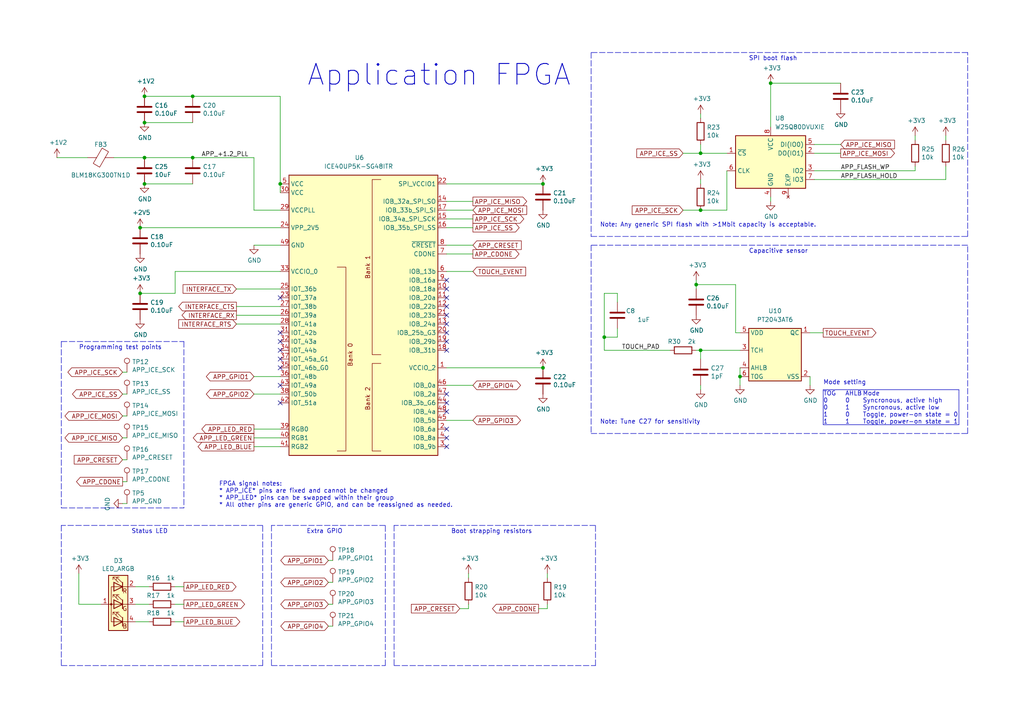
<source format=kicad_sch>
(kicad_sch (version 20211123) (generator eeschema)
  (paper "A4")
  (title_block (title "Application FPGA") (date "2021-11-14") (rev "V1") (company "Tillitis AB") (comment 1 "2022"))
  (lib_symbols
    (symbol "Connector:TestPoint" (pin_numbers hide) (pin_names (offset 0.762) hide)
      (property "Reference" "TP" (at 0 6.858 0))
      (property "Value" "TestPoint" (at 0 5.08 0))
      (symbol "TestPoint_0_1"
        (circle (center 0 3.302) (radius 0.762))
      )
      (symbol "TestPoint_1_1"
        (pin passive line (at 0 0 90) (length 2.54) (name "1") (number "1"))
      )
    )
    (symbol "Device:C" (pin_numbers hide) (pin_names (offset 0.254))
      (property "Reference" "C" (at 0.635 2.54 0))
      (property "Value" "C" (at 0.635 -2.54 0))
      (symbol "C_0_1"
        (polyline (pts (xy -2.032 -0.762) (xy 2.032 -0.762)) (stroke (width 0.508)))
        (polyline (pts (xy -2.032 0.762) (xy 2.032 0.762)) (stroke (width 0.508)))
      )
      (symbol "C_1_1"
        (pin passive line (at 0 3.81 270) (length 2.794) (name "~") (number "1"))
        (pin passive line (at 0 -3.81 90) (length 2.794) (name "~") (number "2"))
      )
    )
    (symbol "Device:R" (pin_numbers hide) (pin_names (offset 0))
      (property "Reference" "R" (at 2.032 0 90))
      (property "Value" "R" (at 0 0 90))
      (symbol "R_0_1"
        (rectangle (start -1.016 -2.54) (end 1.016 2.54) (stroke (width 0.254)))
      )
      (symbol "R_1_1"
        (pin passive line (at 0 3.81 270) (length 1.27) (name "~") (number "1"))
        (pin passive line (at 0 -3.81 90) (length 1.27) (name "~") (number "2"))
      )
    )
    (symbol "mta1:FC-B1010RGBT-HG" (pin_names (offset 0) hide)
      (property "Reference" "D" (at 0 9.398 0))
      (property "Value" "FC-B1010RGBT-HG" (at 0 -8.89 0))
      (symbol "FC-B1010RGBT-HG_0_0"
        (text "B" (at -1.905 -6.35 0) (effects (font (size 1.27 1.27))))
        (text "G" (at -1.905 -1.27 0) (effects (font (size 1.27 1.27))))
        (text "R" (at -1.905 3.81 0) (effects (font (size 1.27 1.27))))
      )
      (symbol "FC-B1010RGBT-HG_0_1"
        (polyline (pts (xy -1.27 -5.08) (xy -2.54 -5.08)))
        (polyline (pts (xy -1.27 -5.08) (xy 1.27 -5.08)))
        (polyline (pts (xy -1.27 -3.81) (xy -1.27 -6.35)) (stroke (width 0.254)))
        (polyline (pts (xy -1.27 0) (xy -2.54 0)))
        (polyline (pts (xy -1.27 1.27) (xy -1.27 -1.27)) (stroke (width 0.254)))
        (polyline (pts (xy -1.27 5.08) (xy -2.54 5.08)))
        (polyline (pts (xy -1.27 5.08) (xy 1.27 5.08)))
        (polyline (pts (xy -1.27 6.35) (xy -1.27 3.81)) (stroke (width 0.254)))
        (polyline (pts (xy 1.27 0) (xy -1.27 0)))
        (polyline (pts (xy 1.27 0) (xy 2.54 0)))
        (polyline (pts (xy -1.27 1.27) (xy -1.27 -1.27) (xy -1.27 -1.27)))
        (polyline (pts (xy -1.27 6.35) (xy -1.27 3.81) (xy -1.27 3.81)))
        (polyline (pts (xy 1.27 -5.08) (xy 2.032 -5.08) (xy 2.032 5.08) (xy 1.27 5.08)))
        (polyline (pts (xy 1.27 -3.81) (xy 1.27 -6.35) (xy -1.27 -5.08) (xy 1.27 -3.81)) (stroke (width 0.254)))
        (polyline (pts (xy 1.27 1.27) (xy 1.27 -1.27) (xy -1.27 0) (xy 1.27 1.27)) (stroke (width 0.254)))
        (polyline (pts (xy 1.27 6.35) (xy 1.27 3.81) (xy -1.27 5.08) (xy 1.27 6.35)) (stroke (width 0.254)))
        (polyline (pts (xy -1.016 -3.81) (xy 0.508 -2.286) (xy -0.254 -2.286) (xy 0.508 -2.286) (xy 0.508 -3.048)))
        (polyline (pts (xy -1.016 1.27) (xy 0.508 2.794) (xy -0.254 2.794) (xy 0.508 2.794) (xy 0.508 2.032)))
        (polyline (pts (xy -1.016 6.35) (xy 0.508 7.874) (xy -0.254 7.874) (xy 0.508 7.874) (xy 0.508 7.112)))
        (polyline (pts (xy 0 -3.81) (xy 1.524 -2.286) (xy 0.762 -2.286) (xy 1.524 -2.286) (xy 1.524 -3.048)))
        (polyline (pts (xy 0 1.27) (xy 1.524 2.794) (xy 0.762 2.794) (xy 1.524 2.794) (xy 1.524 2.032)))
        (polyline (pts (xy 0 6.35) (xy 1.524 7.874) (xy 0.762 7.874) (xy 1.524 7.874) (xy 1.524 7.112)))
        (rectangle (start 1.27 -1.27) (end 1.27 1.27))
        (rectangle (start 1.27 1.27) (end 1.27 1.27))
        (rectangle (start 1.27 3.81) (end 1.27 6.35))
        (rectangle (start 1.27 6.35) (end 1.27 6.35))
        (circle (center 2.032 0) (radius 0.254) (fill (type outline)))
        (rectangle (start 2.794 8.382) (end -2.794 -7.62) (stroke (width 0.254)) (fill (type background)))
      )
      (symbol "FC-B1010RGBT-HG_1_1"
        (pin passive line (at 5.08 0 180) (length 2.54) (name "A") (number "1"))
        (pin passive line (at -5.08 5.08 0) (length 2.54) (name "RK") (number "2"))
        (pin passive line (at -5.08 0 0) (length 2.54) (name "GK") (number "3"))
        (pin passive line (at -5.08 -5.08 0) (length 2.54) (name "BK") (number "4"))
      )
    )
    (symbol "mta1:Ferrite_Bead-Device" (pin_numbers hide) (pin_names (offset 0))
      (property "Reference" "FB" (at -3.81 0.635 90))
      (property "Value" "Ferrite_Bead-Device" (at 3.81 0 90))
      (symbol "Ferrite_Bead-Device_0_1"
        (polyline (pts (xy 0 -1.27) (xy 0 -1.2192)))
        (polyline (pts (xy 0 1.27) (xy 0 1.2954)))
        (polyline (pts (xy -2.7686 0.4064) (xy -1.7018 2.2606) (xy 2.7686 -0.3048) (xy 1.6764 -2.159) (xy -2.7686 0.4064)))
      )
      (symbol "Ferrite_Bead-Device_1_1"
        (pin passive line (at 0 3.81 270) (length 2.54) (name "~") (number "1"))
        (pin passive line (at 0 -3.81 90) (length 2.54) (name "~") (number "2"))
      )
    )
    (symbol "mta1:ICE40UP5K-SG48ITR"
      (property "Reference" "U" (at -24.13 -44.45 0))
      (property "Value" "ICE40UP5K-SG48ITR" (at -15.24 -46.99 0))
      (symbol "ICE40UP5K-SG48ITR_0_0"
        (polyline (pts (xy -6.35 13.97) (xy -3.81 13.97) (xy -3.81 -39.37) (xy -6.35 -39.37)))
        (polyline (pts (xy 6.35 -39.37) (xy 3.81 -39.37) (xy 3.81 -13.97) (xy 6.35 -13.97)))
        (polyline (pts (xy 6.35 -11.43) (xy 3.81 -11.43) (xy 3.81 39.37) (xy 6.35 39.37)))
        (text "Bank 0" (at -2.54 -11.43 900) (effects (font (size 1.27 1.27))))
        (text "Bank 1" (at 2.54 13.97 900) (effects (font (size 1.27 1.27))))
        (text "Bank 2" (at 2.54 -24.13 900) (effects (font (size 1.27 1.27))))
      )
      (symbol "ICE40UP5K-SG48ITR_1_1"
        (rectangle (start -20.32 40.64) (end 22.86 -40.64) (stroke (width 0.254)) (fill (type background)))
        (pin power_in line (at 25.4 -15.24 180) (length 2.54) (name "VCCIO_2") (number "1"))
        (pin bidirectional line (at 25.4 7.62 180) (length 2.54) (name "IOB_18a") (number "10"))
        (pin bidirectional line (at 25.4 5.08 180) (length 2.54) (name "IOB_20a") (number "11"))
        (pin bidirectional line (at 25.4 2.54 180) (length 2.54) (name "IOB_22b") (number "12"))
        (pin bidirectional line (at 25.4 -2.54 180) (length 2.54) (name "IOB_24a") (number "13"))
        (pin bidirectional line (at 25.4 33.02 180) (length 2.54) (name "IOB_32a_SPI_SO") (number "14"))
        (pin bidirectional line (at 25.4 27.94 180) (length 2.54) (name "IOB_34a_SPI_SCK") (number "15"))
        (pin bidirectional line (at 25.4 25.4 180) (length 2.54) (name "IOB_35b_SPI_SS") (number "16"))
        (pin bidirectional line (at 25.4 30.48 180) (length 2.54) (name "IOB_33b_SPI_SI") (number "17"))
        (pin bidirectional line (at 25.4 -10.16 180) (length 2.54) (name "IOB_31b") (number "18"))
        (pin bidirectional line (at 25.4 -7.62 180) (length 2.54) (name "IOB_29b") (number "19"))
        (pin bidirectional line (at 25.4 -33.02 180) (length 2.54) (name "IOB_6a") (number "2"))
        (pin bidirectional line (at 25.4 -5.08 180) (length 2.54) (name "IOB_25b_G3") (number "20"))
        (pin bidirectional line (at 25.4 0 180) (length 2.54) (name "IOB_23b") (number "21"))
        (pin power_in line (at 25.4 38.1 180) (length 2.54) (name "SPI_VCCIO1") (number "22"))
        (pin bidirectional line (at -22.86 5.08 0) (length 2.54) (name "IOT_37a") (number "23"))
        (pin power_in line (at -22.86 25.4 0) (length 2.54) (name "VPP_2V5") (number "24"))
        (pin bidirectional line (at -22.86 7.62 0) (length 2.54) (name "IOT_36b") (number "25"))
        (pin bidirectional line (at -22.86 0 0) (length 2.54) (name "IOT_39a") (number "26"))
        (pin bidirectional line (at -22.86 2.54 0) (length 2.54) (name "IOT_38b") (number "27"))
        (pin bidirectional line (at -22.86 -2.54 0) (length 2.54) (name "IOT_41a") (number "28"))
        (pin power_in line (at -22.86 30.48 0) (length 2.54) (name "VCCPLL") (number "29"))
        (pin bidirectional line (at 25.4 -38.1 180) (length 2.54) (name "IOB_9b") (number "3"))
        (pin power_in line (at -22.86 35.56 0) (length 2.54) (name "VCC") (number "30"))
        (pin bidirectional line (at -22.86 -5.08 0) (length 2.54) (name "IOT_42b") (number "31"))
        (pin bidirectional line (at -22.86 -7.62 0) (length 2.54) (name "IOT_43a") (number "32"))
        (pin power_in line (at -22.86 12.7 0) (length 2.54) (name "VCCIO_0") (number "33"))
        (pin bidirectional line (at -22.86 -10.16 0) (length 2.54) (name "IOT_44b") (number "34"))
        (pin bidirectional line (at -22.86 -15.24 0) (length 2.54) (name "IOT_46b_G0") (number "35"))
        (pin bidirectional line (at -22.86 -17.78 0) (length 2.54) (name "IOT_48b") (number "36"))
        (pin bidirectional line (at -22.86 -12.7 0) (length 2.54) (name "IOT_45a_G1") (number "37"))
        (pin bidirectional line (at -22.86 -22.86 0) (length 2.54) (name "IOT_50b") (number "38"))
        (pin open_collector line (at -22.86 -33.02 0) (length 2.54) (name "RGB0") (number "39"))
        (pin bidirectional line (at 25.4 -35.56 180) (length 2.54) (name "IOB_8a") (number "4"))
        (pin open_collector line (at -22.86 -35.56 0) (length 2.54) (name "RGB1") (number "40"))
        (pin open_collector line (at -22.86 -38.1 0) (length 2.54) (name "RGB2") (number "41"))
        (pin bidirectional line (at -22.86 -25.4 0) (length 2.54) (name "IOT_51a") (number "42"))
        (pin bidirectional line (at -22.86 -20.32 0) (length 2.54) (name "IOT_49a") (number "43"))
        (pin bidirectional line (at 25.4 -25.4 180) (length 2.54) (name "IOB_3b_G6") (number "44"))
        (pin bidirectional line (at 25.4 -30.48 180) (length 2.54) (name "IOB_5b") (number "45"))
        (pin bidirectional line (at 25.4 -20.32 180) (length 2.54) (name "IOB_0a") (number "46"))
        (pin bidirectional line (at 25.4 -22.86 180) (length 2.54) (name "IOB_2a") (number "47"))
        (pin bidirectional line (at 25.4 -27.94 180) (length 2.54) (name "IOB_4a") (number "48"))
        (pin power_in line (at -22.86 20.32 0) (length 2.54) (name "GND") (number "49"))
        (pin power_in line (at -22.86 38.1 0) (length 2.54) (name "VCC") (number "5"))
        (pin bidirectional line (at 25.4 12.7 180) (length 2.54) (name "IOB_13b") (number "6"))
        (pin open_collector line (at 25.4 17.78 180) (length 2.54) (name "CDONE") (number "7"))
        (pin input line (at 25.4 20.32 180) (length 2.54) (name "~{CRESET}") (number "8"))
        (pin bidirectional line (at 25.4 10.16 180) (length 2.54) (name "IOB_16a") (number "9"))
      )
    )
    (symbol "mta1:PT2043AT6"
      (property "Reference" "U" (at -6.35 8.89 0))
      (property "Value" "PT2043AT6" (at -2.54 -8.89 0))
      (symbol "PT2043AT6_1_1"
        (rectangle (start -7.62 7.62) (end 7.62 -7.62) (stroke (width 0.254)) (fill (type background)))
        (pin output line (at 10.16 6.35 180) (length 2.54) (name "QC") (number "1"))
        (pin power_in line (at 10.16 -6.35 180) (length 2.54) (name "VSS") (number "2"))
        (pin input line (at -10.16 1.27 0) (length 2.54) (name "TCH") (number "3"))
        (pin input line (at -10.16 -3.81 0) (length 2.54) (name "AHLB") (number "4"))
        (pin power_in line (at -10.16 6.35 0) (length 2.54) (name "VDD") (number "5"))
        (pin input line (at -10.16 -6.35 0) (length 2.54) (name "TOG") (number "6"))
      )
    )
    (symbol "mta1:W25Q80DVUXIE"
      (property "Reference" "U" (at -8.89 8.89 0))
      (property "Value" "W25Q80DVUXIE" (at 7.62 8.89 0))
      (symbol "W25Q80DVUXIE_0_1"
        (rectangle (start -10.16 7.62) (end 10.16 -7.62) (stroke (width 0.254)) (fill (type background)))
      )
      (symbol "W25Q80DVUXIE_1_1"
        (pin input line (at -12.7 2.54 0) (length 2.54) (name "~{CS}") (number "1"))
        (pin bidirectional line (at 12.7 2.54 180) (length 2.54) (name "DO(IO1)") (number "2"))
        (pin bidirectional line (at 12.7 -2.54 180) (length 2.54) (name "IO2") (number "3"))
        (pin power_in line (at 0 -10.16 90) (length 2.54) (name "GND") (number "4"))
        (pin bidirectional line (at 12.7 5.08 180) (length 2.54) (name "DI(IO0)") (number "5"))
        (pin input line (at -12.7 -2.54 0) (length 2.54) (name "CLK") (number "6"))
        (pin bidirectional line (at 12.7 -5.08 180) (length 2.54) (name "IO3") (number "7"))
        (pin power_in line (at 0 10.16 270) (length 2.54) (name "VCC") (number "8"))
        (pin no_connect line (at 5.08 -10.16 90) (length 2.54) (name "EXP") (number "9"))
      )
    )
    (symbol "power:+1V2" (power) (pin_names (offset 0))
      (property "Value" "+1V2" (at 0 3.556 0))
      (symbol "+1V2_0_1"
        (polyline (pts (xy -0.762 1.27) (xy 0 2.54)))
        (polyline (pts (xy 0 0) (xy 0 2.54)))
        (polyline (pts (xy 0 2.54) (xy 0.762 1.27)))
      )
      (symbol "+1V2_1_1"
        (pin power_in line (at 0 0 90) (length 0) hide (name "+1V2") (number "1"))
      )
    )
    (symbol "power:+2V5" (power) (pin_names (offset 0))
      (property "Value" "+2V5" (at 0 3.556 0))
      (symbol "+2V5_0_1"
        (polyline (pts (xy -0.762 1.27) (xy 0 2.54)))
        (polyline (pts (xy 0 0) (xy 0 2.54)))
        (polyline (pts (xy 0 2.54) (xy 0.762 1.27)))
      )
      (symbol "+2V5_1_1"
        (pin power_in line (at 0 0 90) (length 0) hide (name "+2V5") (number "1"))
      )
    )
    (symbol "power:+3.3V" (power) (pin_names (offset 0))
      (property "Value" "+3.3V" (at 0 3.556 0))
      (symbol "+3.3V_0_1"
        (polyline (pts (xy -0.762 1.27) (xy 0 2.54)))
        (polyline (pts (xy 0 0) (xy 0 2.54)))
        (polyline (pts (xy 0 2.54) (xy 0.762 1.27)))
      )
      (symbol "+3.3V_1_1"
        (pin power_in line (at 0 0 90) (length 0) hide (name "+3V3") (number "1"))
      )
    )
    (symbol "power:GND" (power) (pin_names (offset 0))
      (property "Value" "GND" (at 0 -3.81 0))
      (symbol "GND_0_1"
        (polyline (pts (xy 0 0) (xy 0 -1.27) (xy 1.27 -1.27) (xy 0 -2.54) (xy -1.27 -1.27) (xy 0 -1.27)))
      )
      (symbol "GND_1_1"
        (pin power_in line (at 0 0 270) (length 0) hide (name "GND") (number "1"))
      )
    )
  )
  (junction (at 201.93 82.55))
  (junction (at 223.52 24.13))
  (junction (at 214.63 109.22))
  (junction (at 203.2 60.96))
  (junction (at 40.64 85.09))
  (junction (at 41.91 27.94))
  (junction (at 81.28 53.34))
  (junction (at 55.88 27.94))
  (junction (at 203.2 101.6))
  (junction (at 41.91 35.56))
  (junction (at 41.91 53.34))
  (junction (at 41.91 45.72))
  (junction (at 175.26 97.79))
  (junction (at 40.64 66.04))
  (junction (at 157.48 106.68))
  (junction (at 55.88 45.72))
  (junction (at 203.2 44.45))
  (junction (at 157.48 53.34))
  (no_connect (at 129.54 86.36))
  (no_connect (at 129.54 127))
  (no_connect (at 129.54 124.46))
  (no_connect (at 129.54 119.38))
  (no_connect (at 81.28 104.14))
  (no_connect (at 129.54 129.54))
  (no_connect (at 129.54 93.98))
  (no_connect (at 81.28 86.36))
  (no_connect (at 81.28 99.06))
  (no_connect (at 81.28 106.68))
  (no_connect (at 81.28 101.6))
  (no_connect (at 81.28 116.84))
  (no_connect (at 81.28 111.76))
  (no_connect (at 129.54 116.84))
  (no_connect (at 129.54 83.82))
  (no_connect (at 129.54 81.28))
  (no_connect (at 129.54 101.6))
  (no_connect (at 129.54 91.44))
  (no_connect (at 129.54 96.52))
  (no_connect (at 129.54 99.06))
  (no_connect (at 81.28 96.52))
  (no_connect (at 129.54 114.3))
  (no_connect (at 129.54 88.9))
  (wire (pts (xy 50.8 78.74) (xy 50.8 85.09)))
  (wire (pts (xy 73.66 45.72) (xy 73.66 60.96)))
  (polyline (pts (xy 17.78 99.06) (xy 53.34 99.06)))
  (wire (pts (xy 210.82 44.45) (xy 203.2 44.45)))
  (wire (pts (xy 39.37 175.26) (xy 43.18 175.26)))
  (wire (pts (xy 223.52 36.83) (xy 223.52 24.13)))
  (wire (pts (xy 213.36 96.52) (xy 214.63 96.52)))
  (wire (pts (xy 55.88 53.34) (xy 41.91 53.34)))
  (wire (pts (xy 68.58 83.82) (xy 81.28 83.82)))
  (wire (pts (xy 203.2 41.91) (xy 203.2 44.45)))
  (wire (pts (xy 214.63 106.68) (xy 214.63 109.22)))
  (polyline (pts (xy 280.67 125.73) (xy 280.67 71.12)))
  (wire (pts (xy 203.2 111.76) (xy 203.2 113.03)))
  (polyline (pts (xy 238.76 113.03) (xy 238.76 123.19)) (stroke (width 0) (type solid)))
  (wire (pts (xy 137.16 78.74) (xy 129.54 78.74)))
  (wire (pts (xy 175.26 97.79) (xy 179.07 97.79)))
  (wire (pts (xy 81.28 27.94) (xy 55.88 27.94)))
  (wire (pts (xy 213.36 82.55) (xy 213.36 96.52)))
  (wire (pts (xy 95.25 168.91) (xy 96.52 168.91)))
  (wire (pts (xy 223.52 58.42) (xy 223.52 57.15)))
  (wire (pts (xy 81.28 109.22) (xy 73.66 109.22)))
  (wire (pts (xy 201.93 82.55) (xy 213.36 82.55)))
  (wire (pts (xy 55.88 45.72) (xy 41.91 45.72)))
  (wire (pts (xy 274.32 48.26) (xy 274.32 52.07)))
  (wire (pts (xy 214.63 109.22) (xy 214.63 111.76)))
  (wire (pts (xy 81.28 27.94) (xy 81.28 53.34)))
  (wire (pts (xy 198.12 44.45) (xy 203.2 44.45)))
  (wire (pts (xy 68.58 91.44) (xy 81.28 91.44)))
  (polyline (pts (xy 76.2 152.4) (xy 17.78 152.4)))
  (wire (pts (xy 133.35 176.53) (xy 135.89 176.53)))
  (wire (pts (xy 55.88 35.56) (xy 41.91 35.56)))
  (polyline (pts (xy 17.78 99.06) (xy 17.78 147.32)))
  (polyline (pts (xy 171.45 125.73) (xy 280.67 125.73)))
  (wire (pts (xy 35.56 107.95) (xy 36.83 107.95)))
  (wire (pts (xy 203.2 60.96) (xy 198.12 60.96)))
  (wire (pts (xy 137.16 58.42) (xy 129.54 58.42)))
  (wire (pts (xy 243.84 41.91) (xy 236.22 41.91)))
  (wire (pts (xy 73.66 124.46) (xy 81.28 124.46)))
  (wire (pts (xy 175.26 85.09) (xy 175.26 97.79)))
  (polyline (pts (xy 76.2 193.04) (xy 76.2 152.4)))
  (wire (pts (xy 203.2 33.02) (xy 203.2 34.29)))
  (wire (pts (xy 158.75 166.37) (xy 158.75 167.64)))
  (wire (pts (xy 203.2 52.07) (xy 203.2 53.34)))
  (polyline (pts (xy 17.78 193.04) (xy 76.2 193.04)))
  (wire (pts (xy 129.54 60.96) (xy 137.16 60.96)))
  (wire (pts (xy 156.21 176.53) (xy 158.75 176.53)))
  (wire (pts (xy 55.88 45.72) (xy 73.66 45.72)))
  (wire (pts (xy 201.93 82.55) (xy 201.93 83.82)))
  (polyline (pts (xy 114.3 152.4) (xy 114.3 193.04)))
  (polyline (pts (xy 171.45 71.12) (xy 171.45 125.73)))
  (wire (pts (xy 135.89 175.26) (xy 135.89 176.53)))
  (wire (pts (xy 265.43 39.37) (xy 265.43 40.64)))
  (wire (pts (xy 81.28 114.3) (xy 73.66 114.3)))
  (wire (pts (xy 35.56 127) (xy 36.83 127)))
  (wire (pts (xy 39.37 170.18) (xy 43.18 170.18)))
  (wire (pts (xy 68.58 88.9) (xy 81.28 88.9)))
  (wire (pts (xy 179.07 97.79) (xy 179.07 95.25)))
  (wire (pts (xy 35.56 120.65) (xy 36.83 120.65)))
  (wire (pts (xy 50.8 175.26) (xy 53.34 175.26)))
  (wire (pts (xy 265.43 49.53) (xy 236.22 49.53)))
  (polyline (pts (xy 114.3 193.04) (xy 172.72 193.04)))
  (wire (pts (xy 40.64 66.04) (xy 81.28 66.04)))
  (wire (pts (xy 137.16 111.76) (xy 129.54 111.76)))
  (wire (pts (xy 265.43 48.26) (xy 265.43 49.53)))
  (wire (pts (xy 137.16 73.66) (xy 129.54 73.66)))
  (wire (pts (xy 179.07 85.09) (xy 179.07 87.63)))
  (polyline (pts (xy 280.67 68.58) (xy 280.67 15.24)))
  (wire (pts (xy 55.88 27.94) (xy 41.91 27.94)))
  (wire (pts (xy 129.54 66.04) (xy 137.16 66.04)))
  (polyline (pts (xy 238.76 113.03) (xy 278.13 113.03)) (stroke (width 0) (type solid)))
  (wire (pts (xy 210.82 60.96) (xy 210.82 49.53)))
  (wire (pts (xy 137.16 63.5) (xy 129.54 63.5)))
  (wire (pts (xy 137.16 71.12) (xy 129.54 71.12)))
  (wire (pts (xy 203.2 101.6) (xy 203.2 104.14)))
  (wire (pts (xy 50.8 180.34) (xy 53.34 180.34)))
  (wire (pts (xy 234.95 111.76) (xy 234.95 109.22)))
  (wire (pts (xy 243.84 24.13) (xy 223.52 24.13)))
  (wire (pts (xy 158.75 175.26) (xy 158.75 176.53)))
  (wire (pts (xy 157.48 53.34) (xy 129.54 53.34)))
  (wire (pts (xy 236.22 44.45) (xy 243.84 44.45)))
  (polyline (pts (xy 171.45 15.24) (xy 171.45 68.58)))
  (polyline (pts (xy 53.34 99.06) (xy 53.34 147.32)))
  (wire (pts (xy 95.25 181.61) (xy 96.52 181.61)))
  (wire (pts (xy 274.32 39.37) (xy 274.32 40.64)))
  (wire (pts (xy 210.82 60.96) (xy 203.2 60.96)))
  (wire (pts (xy 68.58 93.98) (xy 81.28 93.98)))
  (wire (pts (xy 33.02 45.72) (xy 41.91 45.72)))
  (wire (pts (xy 35.56 114.3) (xy 36.83 114.3)))
  (wire (pts (xy 22.86 175.26) (xy 22.86 166.37)))
  (wire (pts (xy 135.89 166.37) (xy 135.89 167.64)))
  (polyline (pts (xy 278.13 123.19) (xy 238.76 123.19)) (stroke (width 0) (type solid)))
  (wire (pts (xy 39.37 180.34) (xy 43.18 180.34)))
  (wire (pts (xy 73.66 127) (xy 81.28 127)))
  (polyline (pts (xy 78.74 193.04) (xy 111.76 193.04)))
  (wire (pts (xy 29.21 175.26) (xy 22.86 175.26)))
  (polyline (pts (xy 78.74 152.4) (xy 78.74 193.04)))
  (polyline (pts (xy 111.76 152.4) (xy 78.74 152.4)))
  (wire (pts (xy 95.25 175.26) (xy 96.52 175.26)))
  (wire (pts (xy 201.93 81.28) (xy 201.93 82.55)))
  (polyline (pts (xy 171.45 68.58) (xy 280.67 68.58)))
  (wire (pts (xy 73.66 71.12) (xy 81.28 71.12)))
  (wire (pts (xy 81.28 53.34) (xy 81.28 55.88)))
  (wire (pts (xy 234.95 96.52) (xy 238.76 96.52)))
  (polyline (pts (xy 280.67 71.12) (xy 171.45 71.12)))
  (polyline (pts (xy 17.78 152.4) (xy 17.78 193.04)))
  (polyline (pts (xy 17.78 147.32) (xy 53.34 147.32)))
  (wire (pts (xy 236.22 52.07) (xy 274.32 52.07)))
  (wire (pts (xy 95.25 162.56) (xy 96.52 162.56)))
  (polyline (pts (xy 111.76 193.04) (xy 111.76 152.4)))
  (wire (pts (xy 129.54 121.92) (xy 137.16 121.92)))
  (wire (pts (xy 157.48 106.68) (xy 129.54 106.68)))
  (wire (pts (xy 203.2 101.6) (xy 214.63 101.6)))
  (wire (pts (xy 40.64 85.09) (xy 50.8 85.09)))
  (polyline (pts (xy 278.13 113.03) (xy 278.13 123.19)) (stroke (width 0) (type solid)))
  (polyline (pts (xy 172.72 193.04) (xy 172.72 152.4)))
  (wire (pts (xy 50.8 170.18) (xy 53.34 170.18)))
  (wire (pts (xy 175.26 101.6) (xy 194.31 101.6)))
  (wire (pts (xy 201.93 101.6) (xy 203.2 101.6)))
  (wire (pts (xy 81.28 60.96) (xy 73.66 60.96)))
  (wire (pts (xy 73.66 129.54) (xy 81.28 129.54)))
  (wire (pts (xy 175.26 97.79) (xy 175.26 101.6)))
  (wire (pts (xy 50.8 78.74) (xy 81.28 78.74)))
  (wire (pts (xy 35.56 133.35) (xy 36.83 133.35)))
  (polyline (pts (xy 280.67 15.24) (xy 171.45 15.24)))
  (wire (pts (xy 179.07 85.09) (xy 175.26 85.09)))
  (wire (pts (xy 35.56 146.05) (xy 36.83 146.05)))
  (polyline (pts (xy 172.72 152.4) (xy 114.3 152.4)))
  (wire (pts (xy 16.51 45.72) (xy 25.4 45.72)))
  (wire (pts (xy 35.56 139.7) (xy 36.83 139.7)))
  (text "Application FPGA" (at 88.9 25.4 0) (effects (font (size 6 6) (thickness 0.254) bold) (justify left bottom)))
  (text "Mode\nSyncronous, active high\nSyncronous, active low\nToggle, power-on state = 0\nToggle, power-on state = 1" (at 250.19 123.19 0) (effects (font (size 1.27 1.27)) (justify left bottom)))
  (text "Capacitive sensor" (at 217.17 73.66 0) (effects (font (size 1.27 1.27)) (justify left bottom)))
  (text "SPI boot flash" (at 217.17 17.78 0) (effects (font (size 1.27 1.27)) (justify left bottom)))
  (text "FPGA signal notes:\n* APP_ICE* pins are fixed and cannot be changed\n* APP_LED* pins can be swapped within their group\n* All other pins are generic GPIO, and can be reassigned as needed." (at 63.5 147.32 0) (effects (font (size 1.27 1.27)) (justify left bottom)))
  (text "Boot strapping resistors" (at 130.81 154.94 0) (effects (font (size 1.27 1.27)) (justify left bottom)))
  (text "AHLB\n0\n1\n0\n1" (at 245.11 123.19 0) (effects (font (size 1.27 1.27)) (justify left bottom)))
  (text "Status LED" (at 38.1 154.94 0) (effects (font (size 1.27 1.27)) (justify left bottom)))
  (text "Note: Tune C27 for sensitivity" (at 173.99 123.19 0) (effects (font (size 1.27 1.27)) (justify left bottom)))
  (text "Programming test points" (at 22.86 101.6 0) (effects (font (size 1.27 1.27)) (justify left bottom)))
  (text "Mode setting" (at 238.76 111.76 0) (effects (font (size 1.27 1.27)) (justify left bottom)))
  (text "Note: Any generic SPI flash with >1Mbit capacity is acceptable." (at 173.99 66.04 0) (effects (font (size 1.27 1.27)) (justify left bottom)))
  (text "Extra GPIO" (at 88.9 154.94 0) (effects (font (size 1.27 1.27)) (justify left bottom)))
  (text "TOG\n0\n0\n1\n1" (at 238.76 123.19 0) (effects (font (size 1.27 1.27)) (justify left bottom)))
  (label "APP_FLASH_WP" (at 243.84 49.53 0))
  (label "APP_+1.2_PLL" (at 58.42 45.72 0))
  (label "TOUCH_PAD" (at 180.34 101.6 0))
  (label "APP_FLASH_HOLD" (at 243.84 52.07 0))
  (global_label "APP_ICE_SCK" (shape input) (at 198.12 60.96 180) (property "Intersheet References" "${INTERSHEET_REFS}" (effects hide)))
  (global_label "APP_ICE_MOSI" (shape output) (at 243.84 44.45 0) (property "Intersheet References" "${INTERSHEET_REFS}" (effects hide)))
  (global_label "APP_LED_RED" (shape output) (at 73.66 124.46 180) (property "Intersheet References" "${INTERSHEET_REFS}" (effects hide)))
  (global_label "APP_GPIO1" (shape bidirectional) (at 95.25 162.56 180) (property "Intersheet References" "${INTERSHEET_REFS}" (effects hide)))
  (global_label "INTERFACE_RTS" (shape input) (at 68.58 93.98 180) (property "Intersheet References" "${INTERSHEET_REFS}" (effects hide)))
  (global_label "APP_GPIO4" (shape bidirectional) (at 95.25 181.61 180) (property "Intersheet References" "${INTERSHEET_REFS}" (effects hide)))
  (global_label "APP_CRESET" (shape input) (at 137.16 71.12 0) (property "Intersheet References" "${INTERSHEET_REFS}" (effects hide)))
  (global_label "APP_CDONE" (shape output) (at 35.56 139.7 180) (property "Intersheet References" "${INTERSHEET_REFS}" (effects hide)))
  (global_label "APP_LED_RED" (shape output) (at 53.34 170.18 0) (property "Intersheet References" "${INTERSHEET_REFS}" (effects hide)))
  (global_label "APP_ICE_MISO" (shape bidirectional) (at 35.56 127 180) (property "Intersheet References" "${INTERSHEET_REFS}" (effects hide)))
  (global_label "APP_CRESET" (shape input) (at 35.56 133.35 180) (property "Intersheet References" "${INTERSHEET_REFS}" (effects hide)))
  (global_label "APP_GPIO2" (shape bidirectional) (at 95.25 168.91 180) (property "Intersheet References" "${INTERSHEET_REFS}" (effects hide)))
  (global_label "APP_ICE_SCK" (shape output) (at 137.16 63.5 0) (property "Intersheet References" "${INTERSHEET_REFS}" (effects hide)))
  (global_label "APP_GPIO1" (shape bidirectional) (at 73.66 109.22 180) (property "Intersheet References" "${INTERSHEET_REFS}" (effects hide)))
  (global_label "APP_GPIO4" (shape bidirectional) (at 137.16 111.76 0) (property "Intersheet References" "${INTERSHEET_REFS}" (effects hide)))
  (global_label "TOUCH_EVENT" (shape input) (at 137.16 78.74 0) (property "Intersheet References" "${INTERSHEET_REFS}" (effects hide)))
  (global_label "APP_CDONE" (shape output) (at 137.16 73.66 0) (property "Intersheet References" "${INTERSHEET_REFS}" (effects hide)))
  (global_label "INTERFACE_TX" (shape input) (at 68.58 83.82 180) (property "Intersheet References" "${INTERSHEET_REFS}" (effects hide)))
  (global_label "APP_ICE_SS" (shape input) (at 198.12 44.45 180) (property "Intersheet References" "${INTERSHEET_REFS}" (effects hide)))
  (global_label "APP_ICE_MISO" (shape output) (at 137.16 58.42 0) (property "Intersheet References" "${INTERSHEET_REFS}" (effects hide)))
  (global_label "APP_LED_GREEN" (shape output) (at 53.34 175.26 0) (property "Intersheet References" "${INTERSHEET_REFS}" (effects hide)))
  (global_label "APP_LED_GREEN" (shape output) (at 73.66 127 180) (property "Intersheet References" "${INTERSHEET_REFS}" (effects hide)))
  (global_label "APP_GPIO3" (shape bidirectional) (at 95.25 175.26 180) (property "Intersheet References" "${INTERSHEET_REFS}" (effects hide)))
  (global_label "APP_CRESET" (shape input) (at 133.35 176.53 180) (property "Intersheet References" "${INTERSHEET_REFS}" (effects hide)))
  (global_label "APP_GPIO2" (shape bidirectional) (at 73.66 114.3 180) (property "Intersheet References" "${INTERSHEET_REFS}" (effects hide)))
  (global_label "APP_LED_BLUE" (shape output) (at 53.34 180.34 0) (property "Intersheet References" "${INTERSHEET_REFS}" (effects hide)))
  (global_label "APP_GPIO3" (shape bidirectional) (at 137.16 121.92 0) (property "Intersheet References" "${INTERSHEET_REFS}" (effects hide)))
  (global_label "APP_ICE_SS" (shape output) (at 137.16 66.04 0) (property "Intersheet References" "${INTERSHEET_REFS}" (effects hide)))
  (global_label "INTERFACE_CTS" (shape output) (at 68.58 88.9 180) (property "Intersheet References" "${INTERSHEET_REFS}" (effects hide)))
  (global_label "APP_ICE_MOSI" (shape bidirectional) (at 35.56 120.65 180) (property "Intersheet References" "${INTERSHEET_REFS}" (effects hide)))
  (global_label "APP_ICE_MOSI" (shape input) (at 137.16 60.96 0) (property "Intersheet References" "${INTERSHEET_REFS}" (effects hide)))
  (global_label "TOUCH_EVENT" (shape output) (at 238.76 96.52 0) (property "Intersheet References" "${INTERSHEET_REFS}" (effects hide)))
  (global_label "INTERFACE_RX" (shape output) (at 68.58 91.44 180) (property "Intersheet References" "${INTERSHEET_REFS}" (effects hide)))
  (global_label "APP_LED_BLUE" (shape output) (at 73.66 129.54 180) (property "Intersheet References" "${INTERSHEET_REFS}" (effects hide)))
  (global_label "APP_ICE_MISO" (shape input) (at 243.84 41.91 0) (property "Intersheet References" "${INTERSHEET_REFS}" (effects hide)))
  (global_label "APP_CDONE" (shape output) (at 156.21 176.53 180) (property "Intersheet References" "${INTERSHEET_REFS}" (effects hide)))
  (global_label "APP_ICE_SCK" (shape bidirectional) (at 35.56 107.95 180) (property "Intersheet References" "${INTERSHEET_REFS}" (effects hide)))
  (global_label "APP_ICE_SS" (shape bidirectional) (at 35.56 114.3 180) (property "Intersheet References" "${INTERSHEET_REFS}" (effects hide)))
  (symbol (lib_id "mta1:ICE40UP5K-SG48ITR") (at 104.14 91.44 0) (unit 1)
    (property "Reference" "U6" (at 102.87 45.72 0) (effects (justify left)))
    (property "Value" "ICE40UP5K-SG48ITR" (at 93.98 48.26 0) (effects (justify left)))
    (property "Footprint" "Package_DFN_QFN:QFN-48-1EP_7x7mm_P0.5mm_EP5.6x5.6mm" (effects hide))
    (property "Datasheet" "http://www.latticesemi.com/Products/FPGAandCPLD/iCE40Ultra" (effects hide))
    (property "Manufacturer" "Lattice" (effects hide))
    (property "Manufacturer Part Number" "ICE40UP5K-SG48ITR" (effects hide))
    (property "Supplier" "Digikey" (effects hide))
    (property "Supplier Part Number" "220-2145-2-ND" (effects hide))
  )
  (symbol (lib_id "Device:R") (at 135.89 171.45 0) (unit 1)
    (property "Reference" "R20" (at 137.668 170.2816 0) (effects (justify left)))
    (property "Value" "10k" (at 137.668 172.593 0) (effects (justify left)))
    (property "Footprint" "mta1:ERJ2G(0402)_L" (effects hide))
    (property "Manufacturer" "Any/not critical" (effects hide))
    (property "Extended Value" "1/16W,5%" (effects hide))
  )
  (symbol (lib_id "Device:R") (at 158.75 171.45 0) (unit 1)
    (property "Reference" "R19" (at 160.528 170.2816 0) (effects (justify left)))
    (property "Value" "10k" (at 160.528 172.593 0) (effects (justify left)))
    (property "Footprint" "mta1:ERJ2G(0402)_L" (effects hide))
    (property "Manufacturer" "Any/not critical" (effects hide))
    (property "Extended Value" "1/16W,5%" (effects hide))
  )
  (symbol (lib_id "power:+3.3V") (at 158.75 166.37 0) (unit 1)
    (property "Reference" "#PWR049" (effects hide))
    (property "Value" "+3.3V" (at 159.131 161.9758 0))
  )
  (symbol (lib_id "power:+2V5") (at 40.64 66.04 0) (unit 1)
    (property "Reference" "#PWR040" (effects hide))
    (property "Value" "+2V5" (at 41.021 61.6458 0))
  )
  (symbol (lib_id "power:+1V2") (at 41.91 27.94 0) (unit 1)
    (property "Reference" "#PWR038" (effects hide))
    (property "Value" "+1V2" (at 42.291 23.5458 0))
  )
  (symbol (lib_id "power:GND") (at 41.91 35.56 0) (unit 1)
    (property "Reference" "#GND022" (effects hide))
    (property "Value" "GND" (at 42.037 39.9542 0))
  )
  (symbol (lib_id "power:GND") (at 41.91 53.34 0) (unit 1)
    (property "Reference" "#GND023" (effects hide))
    (property "Value" "GND" (at 42.037 57.7342 0))
  )
  (symbol (lib_id "Device:C") (at 157.48 57.15 0) (unit 1)
    (property "Reference" "C21" (at 160.401 55.9816 0) (effects (justify left)))
    (property "Value" "0.10uF" (at 160.401 58.293 0) (effects (justify left)))
    (property "Footprint" "mta1:CAPC1005X06L" (effects hide))
    (property "Manufacturer" "Any/not critical" (effects hide))
    (property "Extended Value" "16V,X5R,20%" (effects hide))
  )
  (symbol (lib_id "Device:C") (at 40.64 88.9 0) (unit 1)
    (property "Reference" "C19" (at 43.561 87.7316 0) (effects (justify left)))
    (property "Value" "0.10uF" (at 43.561 90.043 0) (effects (justify left)))
    (property "Footprint" "mta1:CAPC1005X06L" (effects hide))
    (property "Manufacturer" "Any/not critical" (effects hide))
    (property "Extended Value" "16V,X5R,20%" (effects hide))
  )
  (symbol (lib_id "mta1:FC-B1010RGBT-HG") (at 34.29 175.26 0) (mirror y) (unit 1)
    (property "Reference" "D3" (at 34.29 162.6362 0))
    (property "Value" "LED_ARGB" (at 34.29 164.9476 0))
    (property "Footprint" "mta1:0402rgb-1010" (effects hide))
    (property "Manufacturer" "Foshan NationStar" (effects hide))
    (property "Manufacturer Part Number" "FC-B1010RGBT-HG" (effects hide))
    (property "Supplier" "LCSC" (effects hide))
    (property "Supplier Part Number" "C158099" (effects hide))
  )
  (symbol (lib_id "Device:R") (at 46.99 170.18 270) (unit 1)
    (property "Reference" "R16" (at 44.45 167.64 90))
    (property "Value" "1k" (at 49.53 167.64 90))
    (property "Footprint" "mta1:ERJ2G(0402)_L" (effects hide))
    (property "Manufacturer" "Any/not critical" (effects hide))
    (property "Extended Value" "1/16W,5%" (effects hide))
  )
  (symbol (lib_id "power:+3.3V") (at 22.86 166.37 0) (unit 1)
    (property "Reference" "#PWR037" (effects hide))
    (property "Value" "+3.3V" (at 23.241 161.9758 0))
  )
  (symbol (lib_id "power:+3.3V") (at 157.48 53.34 0) (unit 1)
    (property "Reference" "#PWR045" (effects hide))
    (property "Value" "+3.3V" (at 157.861 48.9458 0))
  )
  (symbol (lib_id "power:+3.3V") (at 157.48 106.68 0) (unit 1)
    (property "Reference" "#PWR046" (effects hide))
    (property "Value" "+3.3V" (at 157.861 102.2858 0))
  )
  (symbol (lib_id "power:+3.3V") (at 40.64 85.09 0) (unit 1)
    (property "Reference" "#PWR041" (effects hide))
    (property "Value" "+3.3V" (at 41.021 80.6958 0))
  )
  (symbol (lib_id "power:GND") (at 40.64 92.71 0) (unit 1)
    (property "Reference" "#GND025" (effects hide))
    (property "Value" "GND" (at 40.767 97.1042 0))
  )
  (symbol (lib_id "mta1:Ferrite_Bead-Device") (at 29.21 45.72 270) (unit 1)
    (property "Reference" "FB3" (at 29.21 41.91 90))
    (property "Value" "BLM18KG300TN1D" (at 29.21 50.8 90))
    (property "Footprint" "mta1:Ferritbead_0603_1608Metric" (effects hide))
    (property "Manufacturer" "Murata" (effects hide))
    (property "Manufacturer Part Number" "BLM18KG300TN1D" (effects hide))
    (property "Supplier" "Digikey" (effects hide))
    (property "Supplier Part Number" "490-5447-1-ND" (effects hide))
  )
  (symbol (lib_id "Device:C") (at 41.91 49.53 0) (unit 1)
    (property "Reference" "C25" (at 44.831 48.3616 0) (effects (justify left)))
    (property "Value" "10uF" (at 44.831 50.673 0) (effects (justify left)))
    (property "Footprint" "mta1:CAPC1608X09L" (effects hide))
    (property "Manufacturer" "Any/not critical" (effects hide))
    (property "Extended Value" "10V,X5R,20%" (effects hide))
  )
  (symbol (lib_id "power:+1V2") (at 16.51 45.72 0) (unit 1)
    (property "Reference" "#PWR036" (effects hide))
    (property "Value" "+1V2" (at 16.891 41.3258 0))
  )
  (symbol (lib_id "Device:C") (at 157.48 110.49 0) (unit 1)
    (property "Reference" "C22" (at 160.401 109.3216 0) (effects (justify left)))
    (property "Value" "0.10uF" (at 160.401 111.633 0) (effects (justify left)))
    (property "Footprint" "mta1:CAPC1005X06L" (effects hide))
    (property "Manufacturer" "Any/not critical" (effects hide))
    (property "Extended Value" "16V,X5R,20%" (effects hide))
  )
  (symbol (lib_id "Device:C") (at 41.91 31.75 0) (unit 1)
    (property "Reference" "C16" (at 44.831 30.5816 0) (effects (justify left)))
    (property "Value" "0.10uF" (at 44.831 32.893 0) (effects (justify left)))
    (property "Footprint" "mta1:CAPC1005X06L" (effects hide))
    (property "Manufacturer" "Any/not critical" (effects hide))
    (property "Extended Value" "16V,X5R,20%" (effects hide))
  )
  (symbol (lib_id "Device:C") (at 55.88 49.53 0) (unit 1)
    (property "Reference" "C17" (at 58.801 48.3616 0) (effects (justify left)))
    (property "Value" "0.10uF" (at 58.801 50.673 0) (effects (justify left)))
    (property "Footprint" "mta1:CAPC1005X06L" (effects hide))
    (property "Manufacturer" "Any/not critical" (effects hide))
    (property "Extended Value" "16V,X5R,20%" (effects hide))
  )
  (symbol (lib_id "power:GND") (at 40.64 73.66 0) (unit 1)
    (property "Reference" "#GND024" (effects hide))
    (property "Value" "GND" (at 40.767 78.0542 0))
  )
  (symbol (lib_id "Device:C") (at 40.64 69.85 0) (unit 1)
    (property "Reference" "C18" (at 43.561 68.6816 0) (effects (justify left)))
    (property "Value" "0.10uF" (at 43.561 70.993 0) (effects (justify left)))
    (property "Footprint" "mta1:CAPC1005X06L" (effects hide))
    (property "Manufacturer" "Any/not critical" (effects hide))
    (property "Extended Value" "16V,X5R,20%" (effects hide))
  )
  (symbol (lib_id "Device:C") (at 55.88 31.75 0) (unit 1)
    (property "Reference" "C20" (at 58.801 30.5816 0) (effects (justify left)))
    (property "Value" "0.10uF" (at 58.801 32.893 0) (effects (justify left)))
    (property "Footprint" "mta1:CAPC1005X06L" (effects hide))
    (property "Manufacturer" "Any/not critical" (effects hide))
    (property "Extended Value" "16V,X5R,20%" (effects hide))
  )
  (symbol (lib_id "Device:R") (at 46.99 175.26 270) (unit 1)
    (property "Reference" "R17" (at 44.45 172.72 90))
    (property "Value" "1k" (at 49.53 172.72 90))
    (property "Footprint" "mta1:ERJ2G(0402)_L" (effects hide))
    (property "Manufacturer" "Any/not critical" (effects hide))
    (property "Extended Value" "1/16W,5%" (effects hide))
  )
  (symbol (lib_id "Device:R") (at 46.99 180.34 270) (unit 1)
    (property "Reference" "R18" (at 44.45 177.8 90))
    (property "Value" "1k" (at 49.53 177.8 90))
    (property "Footprint" "mta1:ERJ2G(0402)_L" (effects hide))
    (property "Manufacturer" "Any/not critical" (effects hide))
    (property "Extended Value" "1/16W,5%" (effects hide))
  )
  (symbol (lib_id "power:GND") (at 157.48 114.3 0) (unit 1)
    (property "Reference" "#GND027" (effects hide))
    (property "Value" "GND" (at 157.607 118.6942 0))
  )
  (symbol (lib_id "power:GND") (at 157.48 60.96 0) (unit 1)
    (property "Reference" "#GND026" (effects hide))
    (property "Value" "GND" (at 157.607 65.3542 0))
  )
  (symbol (lib_id "Device:C") (at 179.07 91.44 180) (unit 1)
    (property "Reference" "C8" (at 182.88 90.17 0))
    (property "Value" "1uF" (at 186.69 92.71 0))
    (property "Footprint" "Capacitor_SMD:C_1206_3216Metric" (effects hide))
    (property "Extended Value" "50V,X7R,10%,1.6mm thickness" (effects hide))
    (property "Manufacturer" "TDK Corporation" (effects hide))
    (property "Manufacturer Part Number" "C3216X7R1H105K160AE" (effects hide))
    (property "Supplier" "Digikey" (effects hide))
    (property "Supplier Part Number" "445-8904-2-ND" (effects hide))
  )
  (symbol (lib_id "Connector:TestPoint") (at 36.83 127 0) (unit 1) (in_bom no)
    (property "Reference" "TP15" (at 38.3032 124.0028 0) (effects (justify left)))
    (property "Value" "APP_ICE_MISO" (at 38.3032 126.3142 0) (effects (justify left)))
    (property "Footprint" "mta1:TestPoint_Pad_D1.0mm" (effects hide))
  )
  (symbol (lib_id "power:+3.3V") (at 274.32 39.37 0) (unit 1)
    (property "Reference" "#PWR028" (effects hide))
    (property "Value" "+3.3V" (at 274.701 34.9758 0))
  )
  (symbol (lib_id "Device:C") (at 243.84 27.94 0) (unit 1)
    (property "Reference" "C23" (at 246.761 26.7716 0) (effects (justify left)))
    (property "Value" "0.10uF" (at 246.761 29.083 0) (effects (justify left)))
    (property "Footprint" "mta1:CAPC1005X06L" (effects hide))
    (property "Manufacturer" "Any/not critical" (effects hide))
    (property "Extended Value" "16V,X5R,20%" (effects hide))
  )
  (symbol (lib_id "Device:R") (at 265.43 44.45 0) (unit 1)
    (property "Reference" "R25" (at 267.208 43.2816 0) (effects (justify left)))
    (property "Value" "10k" (at 267.208 45.593 0) (effects (justify left)))
    (property "Footprint" "mta1:ERJ2G(0402)_L" (effects hide))
    (property "Manufacturer" "Any/not critical" (effects hide))
    (property "Extended Value" "1/16W,5%" (effects hide))
  )
  (symbol (lib_id "power:+3.3V") (at 265.43 39.37 0) (unit 1)
    (property "Reference" "#PWR027" (effects hide))
    (property "Value" "+3.3V" (at 265.811 34.9758 0))
  )
  (symbol (lib_id "mta1:PT2043AT6") (at 224.79 102.87 0) (unit 1)
    (property "Reference" "U10" (at 224.79 90.17 0))
    (property "Value" "PT2043AT6" (at 224.79 92.71 0))
    (property "Footprint" "Package_TO_SOT_SMD:SOT-23-6" (effects hide))
    (property "Manufacturer" "PinTeng" (effects hide))
    (property "Manufacturer Part Number" "PT2043AT6" (effects hide))
    (property "Supplier" "LCSC" (effects hide))
    (property "Supplier Part Number" "C2914233" (effects hide))
  )
  (symbol (lib_id "Connector:TestPoint") (at 36.83 139.7 0) (unit 1) (in_bom no)
    (property "Reference" "TP17" (at 38.3032 136.7028 0) (effects (justify left)))
    (property "Value" "APP_CDONE" (at 38.3032 139.0142 0) (effects (justify left)))
    (property "Footprint" "mta1:TestPoint_Pad_D1.0mm" (effects hide))
  )
  (symbol (lib_id "Device:C") (at 203.2 107.95 0) (unit 1)
    (property "Reference" "C27" (at 206.121 106.7816 0) (effects (justify left)))
    (property "Value" "1pF" (at 206.121 109.093 0) (effects (justify left)))
    (property "Footprint" "mta1:CAPC1005X06L" (effects hide))
    (property "Manufacturer" "Any/not critical" (effects hide))
    (property "Extended Value" "16V,X5R,20%" (effects hide))
  )
  (symbol (lib_id "Connector:TestPoint") (at 36.83 120.65 0) (unit 1) (in_bom no)
    (property "Reference" "TP14" (at 38.3032 117.6528 0) (effects (justify left)))
    (property "Value" "APP_ICE_MOSI" (at 38.3032 119.9642 0) (effects (justify left)))
    (property "Footprint" "mta1:TestPoint_Pad_D1.0mm" (effects hide))
  )
  (symbol (lib_id "power:+3.3V") (at 203.2 33.02 0) (unit 1)
    (property "Reference" "#PWR011" (effects hide))
    (property "Value" "+3.3V" (at 203.581 28.6258 0))
  )
  (symbol (lib_id "power:GND") (at 214.63 111.76 0) (unit 1)
    (property "Reference" "#GND028" (effects hide))
    (property "Value" "GND" (at 214.757 116.1542 0))
  )
  (symbol (lib_id "power:GND") (at 201.93 91.44 0) (unit 1)
    (property "Reference" "#GND019" (effects hide))
    (property "Value" "GND" (at 202.057 95.8342 0))
  )
  (symbol (lib_id "Device:R") (at 198.12 101.6 270) (unit 1)
    (property "Reference" "R30" (at 195.58 99.06 90))
    (property "Value" "2k" (at 200.66 99.06 90))
    (property "Footprint" "mta1:ERJ2G(0402)_L" (effects hide))
    (property "Manufacturer" "Any/not critical" (effects hide))
    (property "Extended Value" "1/16W,1%" (effects hide))
  )
  (symbol (lib_id "power:+3.3V") (at 223.52 24.13 0) (unit 1)
    (property "Reference" "#PWR022" (effects hide))
    (property "Value" "+3.3V" (at 223.901 19.7358 0))
  )
  (symbol (lib_id "power:GND") (at 223.52 58.42 0) (unit 1)
    (property "Reference" "#PWR026" (effects hide))
    (property "Value" "GND" (at 223.647 62.8142 0))
  )
  (symbol (lib_id "Device:R") (at 274.32 44.45 0) (unit 1)
    (property "Reference" "R26" (at 276.098 43.2816 0) (effects (justify left)))
    (property "Value" "10k" (at 276.098 45.593 0) (effects (justify left)))
    (property "Footprint" "mta1:ERJ2G(0402)_L" (effects hide))
    (property "Manufacturer" "Any/not critical" (effects hide))
    (property "Extended Value" "1/16W,5%" (effects hide))
  )
  (symbol (lib_id "power:+3.3V") (at 135.89 166.37 0) (unit 1)
    (property "Reference" "#PWR0113" (effects hide))
    (property "Value" "+3.3V" (at 136.271 161.9758 0))
  )
  (symbol (lib_id "Device:C") (at 201.93 87.63 0) (unit 1)
    (property "Reference" "C26" (at 204.851 86.4616 0) (effects (justify left)))
    (property "Value" "0.10uF" (at 204.851 88.773 0) (effects (justify left)))
    (property "Footprint" "mta1:CAPC1005X06L" (effects hide))
    (property "Manufacturer" "Any/not critical" (effects hide))
    (property "Extended Value" "16V,X5R,20%" (effects hide))
  )
  (symbol (lib_id "Connector:TestPoint") (at 96.52 168.91 0) (unit 1) (in_bom no)
    (property "Reference" "TP19" (at 97.9932 165.9128 0) (effects (justify left)))
    (property "Value" "APP_GPIO2" (at 97.9932 168.2242 0) (effects (justify left)))
    (property "Footprint" "mta1:TestPoint_Pad_D1.0mm" (effects hide))
  )
  (symbol (lib_id "Connector:TestPoint") (at 96.52 175.26 0) (unit 1) (in_bom no)
    (property "Reference" "TP20" (at 97.9932 172.2628 0) (effects (justify left)))
    (property "Value" "APP_GPIO3" (at 97.9932 174.5742 0) (effects (justify left)))
    (property "Footprint" "mta1:TestPoint_Pad_D1.0mm" (effects hide))
  )
  (symbol (lib_id "Connector:TestPoint") (at 96.52 181.61 0) (unit 1) (in_bom no)
    (property "Reference" "TP21" (at 97.9932 178.6128 0) (effects (justify left)))
    (property "Value" "APP_GPIO4" (at 97.9932 180.9242 0) (effects (justify left)))
    (property "Footprint" "mta1:TestPoint_Pad_D1.0mm" (effects hide))
  )
  (symbol (lib_id "Connector:TestPoint") (at 36.83 146.05 0) (unit 1) (in_bom no)
    (property "Reference" "TP5" (at 38.3032 143.0528 0) (effects (justify left)))
    (property "Value" "APP_GND" (at 38.3032 145.3642 0) (effects (justify left)))
    (property "Footprint" "mta1:TestPoint_Pad_D1.0mm" (effects hide))
  )
  (symbol (lib_id "power:GND") (at 243.84 31.75 0) (unit 1)
    (property "Reference" "#GND09" (effects hide))
    (property "Value" "GND" (at 243.967 36.1442 0))
  )
  (symbol (lib_id "power:GND") (at 35.56 146.05 270) (unit 1)
    (property "Reference" "#GND030" (effects hide))
    (property "Value" "GND" (at 31.1658 146.177 0))
  )
  (symbol (lib_id "Connector:TestPoint") (at 36.83 107.95 0) (unit 1) (in_bom no)
    (property "Reference" "TP12" (at 38.3032 104.9528 0) (effects (justify left)))
    (property "Value" "APP_ICE_SCK" (at 38.3032 107.2642 0) (effects (justify left)))
    (property "Footprint" "mta1:TestPoint_Pad_D1.0mm" (effects hide))
  )
  (symbol (lib_id "power:GND") (at 203.2 113.03 0) (unit 1)
    (property "Reference" "#GND021" (effects hide))
    (property "Value" "GND" (at 203.327 117.4242 0))
  )
  (symbol (lib_id "power:GND") (at 73.66 71.12 0) (unit 1)
    (property "Reference" "#GND0103" (effects hide))
    (property "Value" "GND" (at 73.787 75.5142 0))
  )
  (symbol (lib_id "power:+3.3V") (at 203.2 52.07 0) (unit 1)
    (property "Reference" "#PWR021" (effects hide))
    (property "Value" "+3.3V" (at 203.581 47.6758 0))
  )
  (symbol (lib_id "Device:R") (at 203.2 57.15 0) (unit 1)
    (property "Reference" "R24" (at 204.978 55.9816 0) (effects (justify left)))
    (property "Value" "10k" (at 204.978 58.293 0) (effects (justify left)))
    (property "Footprint" "mta1:ERJ2G(0402)_L" (effects hide))
    (property "Manufacturer" "Any/not critical" (effects hide))
    (property "Extended Value" "1/16W,5%" (effects hide))
  )
  (symbol (lib_id "Connector:TestPoint") (at 36.83 133.35 0) (unit 1) (in_bom no)
    (property "Reference" "TP16" (at 38.3032 130.3528 0) (effects (justify left)))
    (property "Value" "APP_CRESET" (at 38.3032 132.6642 0) (effects (justify left)))
    (property "Footprint" "mta1:TestPoint_Pad_D1.0mm" (effects hide))
  )
  (symbol (lib_id "power:GND") (at 234.95 111.76 0) (unit 1)
    (property "Reference" "#GND029" (effects hide))
    (property "Value" "GND" (at 235.077 116.1542 0))
  )
  (symbol (lib_id "Connector:TestPoint") (at 96.52 162.56 0) (unit 1) (in_bom no)
    (property "Reference" "TP18" (at 97.9932 159.5628 0) (effects (justify left)))
    (property "Value" "APP_GPIO1" (at 97.9932 161.8742 0) (effects (justify left)))
    (property "Footprint" "mta1:TestPoint_Pad_D1.0mm" (effects hide))
  )
  (symbol (lib_id "power:+3.3V") (at 201.93 81.28 0) (unit 1)
    (property "Reference" "#PWR029" (effects hide))
    (property "Value" "+3.3V" (at 202.311 76.8858 0))
  )
  (symbol (lib_id "Connector:TestPoint") (at 36.83 114.3 0) (unit 1) (in_bom no)
    (property "Reference" "TP13" (at 38.3032 111.3028 0) (effects (justify left)))
    (property "Value" "APP_ICE_SS" (at 38.3032 113.6142 0) (effects (justify left)))
    (property "Footprint" "mta1:TestPoint_Pad_D1.0mm" (effects hide))
  )
  (symbol (lib_id "mta1:W25Q80DVUXIE") (at 223.52 46.99 0) (unit 1)
    (property "Reference" "U8" (at 224.79 34.29 0) (effects (justify left)))
    (property "Value" "W25Q80DVUXIE" (at 224.79 36.83 0) (effects (justify left)))
    (property "Footprint" "mta1:W25Q80DVUXIE" (effects hide))
    (property "Datasheet" "https://www.winbond.com/resource-files/w25x40cl_f%2020140325.pdf" (effects hide))
    (property "Manufacturer" "Winbond Electronics" (effects hide))
    (property "Manufacturer Part Number" "W25Q80DVUXIE" (effects hide))
    (property "Supplier" "Digikey" (effects hide))
    (property "Supplier Part Number" "W25Q80DVUXIETR-ND" (effects hide))
  )
  (symbol (lib_id "Device:R") (at 203.2 38.1 0) (unit 1)
    (property "Reference" "R23" (at 204.978 36.9316 0) (effects (justify left)))
    (property "Value" "10k" (at 204.978 39.243 0) (effects (justify left)))
    (property "Footprint" "mta1:ERJ2G(0402)_L" (effects hide))
    (property "Manufacturer" "Any/not critical" (effects hide))
    (property "Extended Value" "1/16W,5%" (effects hide))
  )
)
</source>
